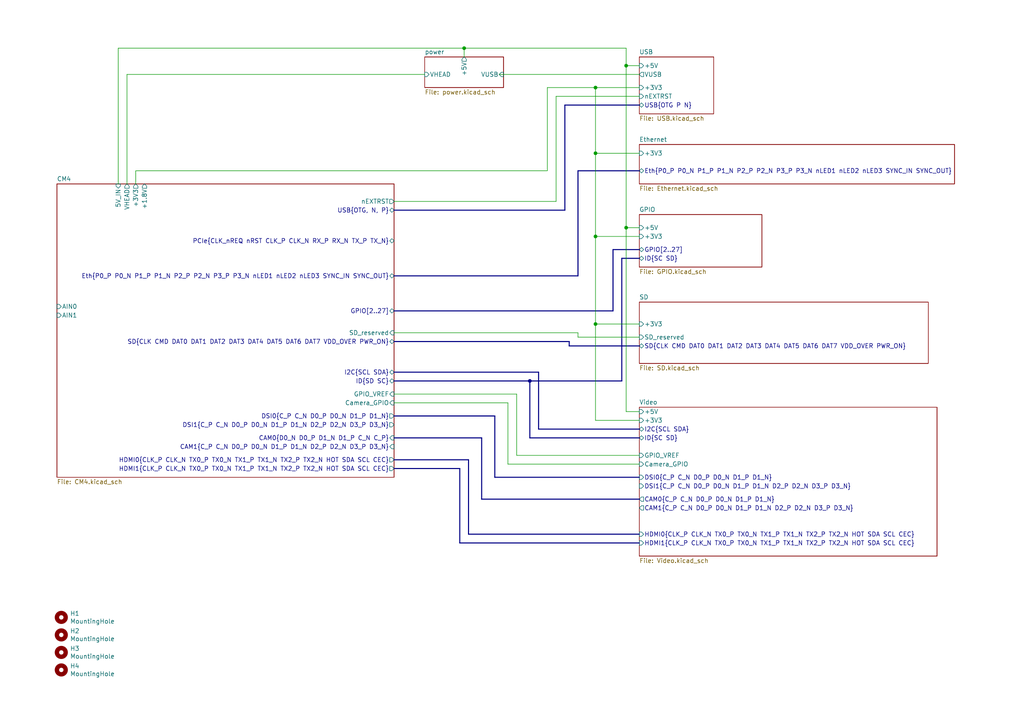
<source format=kicad_sch>
(kicad_sch (version 20211123) (generator eeschema)
  (paper "A4")
  (lib_symbols
    (symbol "Mechanical:MountingHole"
      (property "Reference" "H" (at 0 5.08 0))
      (property "Value" "MountingHole" (at 0 3.175 0))
      (symbol "MountingHole_0_1"
        (circle (center 0 0) (radius 1.27) (stroke (width 1.27)))
      )
    )
  )
  (junction (at 181.61 19.05))
  (junction (at 172.72 68.58))
  (junction (at 172.72 93.98))
  (junction (at 172.72 25.4))
  (junction (at 181.61 66.04))
  (junction (at 172.72 44.45))
  (junction (at 153.67 110.49))
  (junction (at 134.62 13.97))
  (wire (pts (xy 181.61 13.97) (xy 181.61 19.05)))
  (bus (pts (xy 143.51 138.43) (xy 143.51 120.65)))
  (bus (pts (xy 177.8 90.17) (xy 114.3 90.17)))
  (wire (pts (xy 144.78 21.59) (xy 185.42 21.59)))
  (wire (pts (xy 172.72 25.4) (xy 185.42 25.4)))
  (wire (pts (xy 181.61 19.05) (xy 185.42 19.05)))
  (bus (pts (xy 163.83 30.48) (xy 185.42 30.48)))
  (bus (pts (xy 135.89 154.94) (xy 185.42 154.94)))
  (wire (pts (xy 36.83 21.59) (xy 123.19 21.59)))
  (bus (pts (xy 133.35 157.48) (xy 185.42 157.48)))
  (bus (pts (xy 153.67 110.49) (xy 153.67 127)))
  (bus (pts (xy 156.21 124.46) (xy 185.42 124.46)))
  (bus (pts (xy 133.35 135.89) (xy 133.35 157.48)))
  (bus (pts (xy 177.8 72.39) (xy 185.42 72.39)))
  (wire (pts (xy 36.83 53.34) (xy 36.83 21.59)))
  (wire (pts (xy 149.86 114.3) (xy 149.86 132.08)))
  (wire (pts (xy 114.3 116.84) (xy 147.32 116.84)))
  (wire (pts (xy 181.61 66.04) (xy 185.42 66.04)))
  (wire (pts (xy 185.42 97.79) (xy 167.64 97.79)))
  (wire (pts (xy 149.86 132.08) (xy 185.42 132.08)))
  (bus (pts (xy 167.64 80.01) (xy 114.3 80.01)))
  (bus (pts (xy 163.83 60.96) (xy 163.83 30.48)))
  (bus (pts (xy 114.3 60.96) (xy 163.83 60.96)))
  (wire (pts (xy 172.72 68.58) (xy 172.72 93.98)))
  (wire (pts (xy 185.42 121.92) (xy 172.72 121.92)))
  (bus (pts (xy 180.34 74.93) (xy 180.34 110.49)))
  (bus (pts (xy 114.3 127) (xy 139.7 127)))
  (wire (pts (xy 134.62 16.51) (xy 134.62 13.97)))
  (wire (pts (xy 114.3 114.3) (xy 149.86 114.3)))
  (wire (pts (xy 181.61 119.38) (xy 181.61 66.04)))
  (wire (pts (xy 161.29 27.94) (xy 185.42 27.94)))
  (bus (pts (xy 180.34 74.93) (xy 185.42 74.93)))
  (wire (pts (xy 172.72 44.45) (xy 185.42 44.45)))
  (wire (pts (xy 167.64 97.79) (xy 167.64 96.52)))
  (bus (pts (xy 165.1 99.06) (xy 165.1 100.33)))
  (wire (pts (xy 114.3 58.42) (xy 161.29 58.42)))
  (bus (pts (xy 153.67 110.49) (xy 180.34 110.49)))
  (bus (pts (xy 167.64 49.53) (xy 167.64 80.01)))
  (bus (pts (xy 114.3 110.49) (xy 153.67 110.49)))
  (wire (pts (xy 147.32 116.84) (xy 147.32 134.62)))
  (wire (pts (xy 34.29 13.97) (xy 34.29 53.34)))
  (bus (pts (xy 165.1 100.33) (xy 185.42 100.33)))
  (wire (pts (xy 39.37 49.53) (xy 158.75 49.53)))
  (bus (pts (xy 135.89 133.35) (xy 135.89 154.94)))
  (wire (pts (xy 181.61 19.05) (xy 181.61 66.04)))
  (bus (pts (xy 139.7 144.78) (xy 185.42 144.78)))
  (bus (pts (xy 114.3 133.35) (xy 135.89 133.35)))
  (bus (pts (xy 143.51 120.65) (xy 114.3 120.65)))
  (wire (pts (xy 172.72 25.4) (xy 172.72 44.45)))
  (bus (pts (xy 114.3 135.89) (xy 133.35 135.89)))
  (wire (pts (xy 158.75 25.4) (xy 172.72 25.4)))
  (bus (pts (xy 153.67 127) (xy 185.42 127)))
  (bus (pts (xy 177.8 72.39) (xy 177.8 90.17)))
  (wire (pts (xy 158.75 49.53) (xy 158.75 25.4)))
  (wire (pts (xy 172.72 68.58) (xy 185.42 68.58)))
  (wire (pts (xy 167.64 96.52) (xy 114.3 96.52)))
  (wire (pts (xy 134.62 13.97) (xy 181.61 13.97)))
  (bus (pts (xy 185.42 138.43) (xy 143.51 138.43)))
  (wire (pts (xy 161.29 58.42) (xy 161.29 27.94)))
  (wire (pts (xy 39.37 53.34) (xy 39.37 49.53)))
  (bus (pts (xy 185.42 49.53) (xy 167.64 49.53)))
  (bus (pts (xy 156.21 107.95) (xy 114.3 107.95)))
  (wire (pts (xy 147.32 134.62) (xy 185.42 134.62)))
  (wire (pts (xy 185.42 119.38) (xy 181.61 119.38)))
  (wire (pts (xy 172.72 93.98) (xy 185.42 93.98)))
  (wire (pts (xy 172.72 44.45) (xy 172.72 68.58)))
  (bus (pts (xy 156.21 124.46) (xy 156.21 107.95)))
  (bus (pts (xy 114.3 99.06) (xy 165.1 99.06)))
  (wire (pts (xy 172.72 93.98) (xy 172.72 121.92)))
  (wire (pts (xy 134.62 13.97) (xy 34.29 13.97)))
  (bus (pts (xy 139.7 127) (xy 139.7 144.78)))
  (symbol (lib_id "Mechanical:MountingHole") (at 17.78 189.23 0) (unit 1)
    (property "Reference" "H3" (at 20.32 188.087 0) (effects (justify left)))
    (property "Value" "MountingHole" (at 20.32 190.373 0) (effects (justify left)))
    (property "Footprint" "MountingHole:MountingHole_2.7mm_M2.5" (effects hide))
    (property "Field4" "nf" (effects hide))
    (property "Field5" "nf" (effects hide))
    (property "Field6" "nf" (effects hide))
    (property "Field7" "nf" (effects hide))
    (property "Part Description" "M2.5 mounting hole" (effects hide))
  )
  (symbol (lib_id "Mechanical:MountingHole") (at 17.78 179.07 0) (unit 1)
    (property "Reference" "H1" (at 20.32 177.927 0) (effects (justify left)))
    (property "Value" "MountingHole" (at 20.32 180.213 0) (effects (justify left)))
    (property "Footprint" "MountingHole:MountingHole_2.7mm_M2.5" (effects hide))
    (property "Field4" "nf" (effects hide))
    (property "Field5" "nf" (effects hide))
    (property "Field6" "nf" (effects hide))
    (property "Field7" "nf" (effects hide))
    (property "Part Description" "M2.5 mounting hole" (effects hide))
  )
  (symbol (lib_id "Mechanical:MountingHole") (at 17.78 184.15 0) (unit 1)
    (property "Reference" "H2" (at 20.32 183.007 0) (effects (justify left)))
    (property "Value" "MountingHole" (at 20.32 185.293 0) (effects (justify left)))
    (property "Footprint" "MountingHole:MountingHole_2.7mm_M2.5" (effects hide))
    (property "Field4" "nf" (effects hide))
    (property "Field5" "nf" (effects hide))
    (property "Field6" "nf" (effects hide))
    (property "Field7" "nf" (effects hide))
    (property "Part Description" "M2.5 mounting hole" (effects hide))
  )
  (symbol (lib_id "Mechanical:MountingHole") (at 17.78 194.31 0) (unit 1)
    (property "Reference" "H4" (at 20.32 193.167 0) (effects (justify left)))
    (property "Value" "MountingHole" (at 20.32 195.453 0) (effects (justify left)))
    (property "Footprint" "MountingHole:MountingHole_2.7mm_M2.5" (effects hide))
    (property "Field4" "nf" (effects hide))
    (property "Field5" "nf" (effects hide))
    (property "Field6" "nf" (effects hide))
    (property "Field7" "nf" (effects hide))
    (property "Part Description" "M2.5 mounting hole" (effects hide))
  )
  (sheet (at 185.42 87.63) (size 83.82 17.78) (stroke (width 0.1524))
    (property "Sheet name" "SD" (at 185.42 86.9184 0) (effects (justify left bottom)))
    (property "Sheet file" "SD.kicad_sch" (at 185.42 105.9946 0) (effects (justify left top)))
    (pin "SD{CLK CMD DAT0 DAT1 DAT2 DAT3 DAT4 DAT5 DAT6 DAT7 VDD_OVER PWR_ON}" bidirectional (at 185.42 100.33 180))
    (pin "SD_reserved" input (at 185.42 97.79 180))
    (pin "+3V3" input (at 185.42 93.98 180))
  )
  (sheet (at 185.42 16.51) (size 21.59 16.51) (stroke (width 0.1524))
    (property "Sheet name" "USB" (at 185.42 15.7984 0) (effects (justify left bottom)))
    (property "Sheet file" "USB.kicad_sch" (at 185.42 33.6046 0) (effects (justify left top)))
    (pin "USB{OTG P N}" bidirectional (at 185.42 30.48 180))
    (pin "+5V" input (at 185.42 19.05 180))
    (pin "nEXTRST" input (at 185.42 27.94 180))
    (pin "+3V3" input (at 185.42 25.4 180))
    (pin "VUSB" output (at 185.42 21.59 180))
  )
  (sheet (at 185.42 62.23) (size 35.56 15.24) (stroke (width 0.1524))
    (property "Sheet name" "GPIO" (at 185.42 61.5184 0) (effects (justify left bottom)))
    (property "Sheet file" "GPIO.kicad_sch" (at 185.42 78.0546 0) (effects (justify left top)))
    (pin "GPIO[2..27]" bidirectional (at 185.42 72.39 180))
    (pin "ID{SC SD}" bidirectional (at 185.42 74.93 180))
    (pin "+3V3" input (at 185.42 68.58 180))
    (pin "+5V" input (at 185.42 66.04 180))
  )
  (sheet (at 16.51 53.34) (size 97.79 85.09) (stroke (width 0.1524))
    (property "Sheet name" "CM4" (at 16.51 52.6284 0) (effects (justify left bottom)))
    (property "Sheet file" "CM4.kicad_sch" (at 16.51 139.0146 0) (effects (justify left top)))
    (pin "HDMI1{CLK_P CLK_N TX0_P TX0_N TX1_P TX1_N TX2_P TX2_N HOT SDA SCL CEC}" output (at 114.3 135.89 0))
    (pin "PCIe{CLK_nREQ nRST CLK_P CLK_N RX_P RX_N TX_P TX_N}" bidirectional (at 114.3 69.85 0))
    (pin "CAM0{D0_N D0_P D1_N D1_P C_N C_P}" input (at 114.3 127 0))
    (pin "DSI1{C_P C_N D0_P D0_N D1_P D1_N D2_P D2_N D3_P D3_N}" output (at 114.3 123.19 0))
    (pin "HDMI0{CLK_P CLK_N TX0_P TX0_N TX1_P TX1_N TX2_P TX2_N HOT SDA SCL CEC}" output (at 114.3 133.35 0))
    (pin "USB{OTG, N, P}" bidirectional (at 114.3 60.96 0))
    (pin "DSI0{C_P C_N D0_P D0_N D1_P D1_N}" output (at 114.3 120.65 0))
    (pin "CAM1{C_P C_N D0_P D0_N D1_P D1_N D2_P D2_N D3_P D3_N}" input (at 114.3 129.54 0))
    (pin "GPIO[2..27]" bidirectional (at 114.3 90.17 0))
    (pin "ID{SD SC}" bidirectional (at 114.3 110.49 0))
    (pin "Eth{P0_P P0_N P1_P P1_N P2_P P2_N P3_P P3_N nLED1 nLED2 nLED3 SYNC_IN SYNC_OUT}" bidirectional (at 114.3 80.01 0))
    (pin "SD{CLK CMD DAT0 DAT1 DAT2 DAT3 DAT4 DAT5 DAT6 DAT7 VDD_OVER PWR_ON}" bidirectional (at 114.3 99.06 0))
    (pin "5V_IN" input (at 34.29 53.34 90))
    (pin "AIN0" input (at 16.51 88.9 180))
    (pin "AIN1" input (at 16.51 91.44 180))
    (pin "I2C{SCL SDA}" bidirectional (at 114.3 107.95 0))
    (pin "GPIO_VREF" input (at 114.3 114.3 0))
    (pin "Camera_GPIO" input (at 114.3 116.84 0))
    (pin "SD_reserved" input (at 114.3 96.52 0))
    (pin "+3V3" output (at 39.37 53.34 90))
    (pin "+1.8V" output (at 41.91 53.34 90))
    (pin "nEXTRST" output (at 114.3 58.42 0))
    (pin "VHEAD" output (at 36.83 53.34 90))
  )
  (sheet (at 185.42 118.11) (size 86.36 43.18) (stroke (width 0.1524))
    (property "Sheet name" "Video" (at 185.42 117.3984 0) (effects (justify left bottom)))
    (property "Sheet file" "Video.kicad_sch" (at 185.42 161.8746 0) (effects (justify left top)))
    (pin "HDMI1{CLK_P CLK_N TX0_P TX0_N TX1_P TX1_N TX2_P TX2_N HOT SDA SCL CEC}" input (at 185.42 157.48 180))
    (pin "+3V3" input (at 185.42 121.92 180))
    (pin "HDMI0{CLK_P CLK_N TX0_P TX0_N TX1_P TX1_N TX2_P TX2_N HOT SDA SCL CEC}" input (at 185.42 154.94 180))
    (pin "Camera_GPIO" input (at 185.42 134.62 180))
    (pin "GPIO_VREF" input (at 185.42 132.08 180))
    (pin "ID{SC SD}" bidirectional (at 185.42 127 180))
    (pin "I2C{SCL SDA}" bidirectional (at 185.42 124.46 180))
    (pin "CAM1{C_P C_N D0_P D0_N D1_P D1_N D2_P D2_N D3_P D3_N}" output (at 185.42 147.32 180))
    (pin "DSI1{C_P C_N D0_P D0_N D1_P D1_N D2_P D2_N D3_P D3_N}" input (at 185.42 140.97 180))
    (pin "CAM0{C_P C_N D0_P D0_N D1_P D1_N}" output (at 185.42 144.78 180))
    (pin "DSI0{C_P C_N D0_P D0_N D1_P D1_N}" input (at 185.42 138.43 180))
    (pin "+5V" input (at 185.42 119.38 180))
  )
  (sheet (at 123.19 16.51) (size 22.86 8.89) (stroke (width 0.1524))
    (property "Sheet name" "power" (at 123.19 15.7984 0) (effects (justify left bottom)))
    (property "Sheet file" "power.kicad_sch" (at 123.19 25.9846 0) (effects (justify left top)))
    (pin "VUSB" input (at 146.05 21.59 0))
    (pin "VHEAD" input (at 123.19 21.59 180))
    (pin "+5V" output (at 134.62 16.51 90))
  )
  (sheet (at 185.42 41.91) (size 91.44 11.43) (stroke (width 0.1524))
    (property "Sheet name" "Ethernet" (at 185.42 41.1984 0) (effects (justify left bottom)))
    (property "Sheet file" "Ethernet.kicad_sch" (at 185.42 53.9246 0) (effects (justify left top)))
    (pin "Eth{P0_P P0_N P1_P P1_N P2_P P2_N P3_P P3_N nLED1 nLED2 nLED3 SYNC_IN SYNC_OUT}" bidirectional (at 185.42 49.53 180))
    (pin "+3V3" input (at 185.42 44.45 180))
  )
)
</source>
